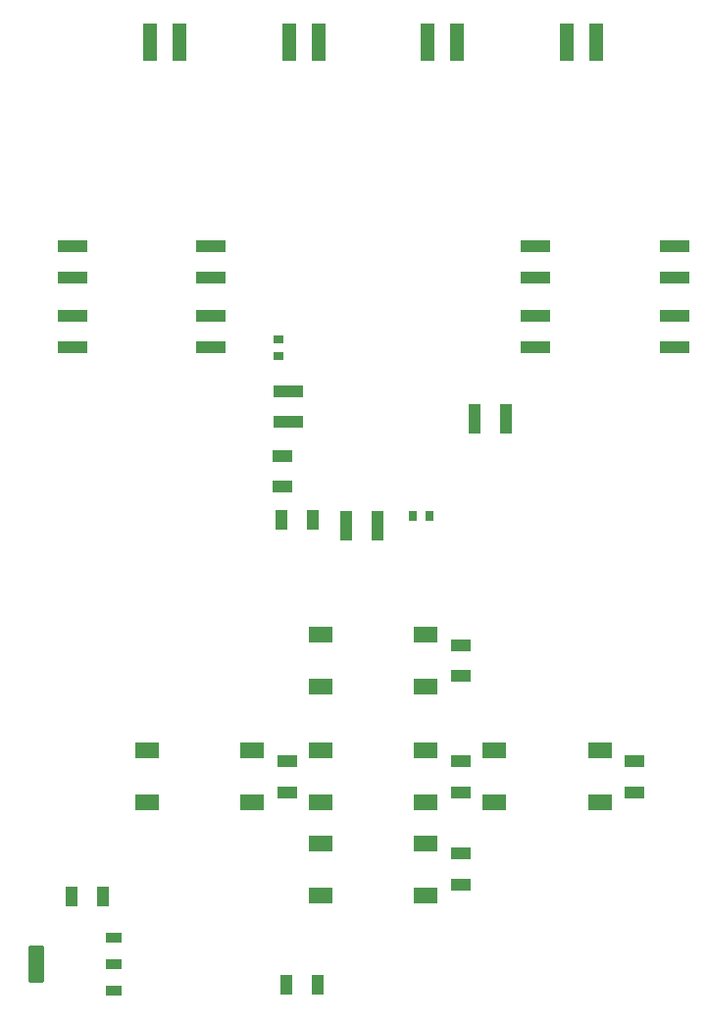
<source format=gtp>
G04*
G04 #@! TF.GenerationSoftware,Altium Limited,Altium Designer,20.1.8 (145)*
G04*
G04 Layer_Color=8421504*
%FSLAX25Y25*%
%MOIN*%
G70*
G04*
G04 #@! TF.SameCoordinates,EC9590D4-A93B-4016-A152-F587195DA6AB*
G04*
G04*
G04 #@! TF.FilePolarity,Positive*
G04*
G01*
G75*
%ADD14R,0.05000X0.12520*%
%ADD15R,0.04331X0.10236*%
%ADD16R,0.06693X0.04331*%
%ADD17R,0.03150X0.03543*%
G04:AMPARAMS|DCode=18|XSize=36.61mil|YSize=51.58mil|CornerRadius=2.75mil|HoleSize=0mil|Usage=FLASHONLY|Rotation=90.000|XOffset=0mil|YOffset=0mil|HoleType=Round|Shape=RoundedRectangle|*
%AMROUNDEDRECTD18*
21,1,0.03661,0.04608,0,0,90.0*
21,1,0.03112,0.05158,0,0,90.0*
1,1,0.00549,0.02304,0.01556*
1,1,0.00549,0.02304,-0.01556*
1,1,0.00549,-0.02304,-0.01556*
1,1,0.00549,-0.02304,0.01556*
%
%ADD18ROUNDEDRECTD18*%
G04:AMPARAMS|DCode=19|XSize=127.56mil|YSize=51.58mil|CornerRadius=3.87mil|HoleSize=0mil|Usage=FLASHONLY|Rotation=90.000|XOffset=0mil|YOffset=0mil|HoleType=Round|Shape=RoundedRectangle|*
%AMROUNDEDRECTD19*
21,1,0.12756,0.04384,0,0,90.0*
21,1,0.11982,0.05158,0,0,90.0*
1,1,0.00774,0.02192,0.05991*
1,1,0.00774,0.02192,-0.05991*
1,1,0.00774,-0.02192,-0.05991*
1,1,0.00774,-0.02192,0.05991*
%
%ADD19ROUNDEDRECTD19*%
%ADD20R,0.10236X0.04331*%
%ADD21R,0.03543X0.03150*%
%ADD22R,0.04331X0.06693*%
G04:AMPARAMS|DCode=23|XSize=82.68mil|YSize=54.33mil|CornerRadius=4.08mil|HoleSize=0mil|Usage=FLASHONLY|Rotation=0.000|XOffset=0mil|YOffset=0mil|HoleType=Round|Shape=RoundedRectangle|*
%AMROUNDEDRECTD23*
21,1,0.08268,0.04618,0,0,0.0*
21,1,0.07453,0.05433,0,0,0.0*
1,1,0.00815,0.03726,-0.02309*
1,1,0.00815,-0.03726,-0.02309*
1,1,0.00815,-0.03726,0.02309*
1,1,0.00815,0.03726,0.02309*
%
%ADD23ROUNDEDRECTD23*%
D14*
X150366Y520189D02*
D03*
X160366D02*
D03*
X207610D02*
D03*
X197610D02*
D03*
X244854D02*
D03*
X254854D02*
D03*
X302098D02*
D03*
X292098D02*
D03*
D15*
X260685Y392500D02*
D03*
X271315D02*
D03*
X217185Y356000D02*
D03*
X227815D02*
D03*
D16*
X315016Y265512D02*
D03*
Y276142D02*
D03*
X255961Y265512D02*
D03*
Y276142D02*
D03*
X195500Y379815D02*
D03*
Y369185D02*
D03*
X196906Y276142D02*
D03*
Y265512D02*
D03*
X255961Y244646D02*
D03*
Y234016D02*
D03*
Y315512D02*
D03*
Y304882D02*
D03*
D17*
X239744Y359500D02*
D03*
X245256D02*
D03*
D18*
X138169Y197984D02*
D03*
Y207000D02*
D03*
Y216016D02*
D03*
D19*
X111831Y207000D02*
D03*
D20*
X197500Y391185D02*
D03*
Y401815D02*
D03*
X171118Y416693D02*
D03*
Y427323D02*
D03*
X123874Y416693D02*
D03*
Y427323D02*
D03*
Y440315D02*
D03*
Y450945D02*
D03*
X171118Y440315D02*
D03*
Y450945D02*
D03*
X281354Y416693D02*
D03*
Y427323D02*
D03*
X328598Y416693D02*
D03*
Y427323D02*
D03*
Y440315D02*
D03*
Y450945D02*
D03*
X281354Y440315D02*
D03*
Y450945D02*
D03*
D21*
X194000Y419256D02*
D03*
Y413744D02*
D03*
D22*
X205815Y358000D02*
D03*
X195185D02*
D03*
X207315Y200000D02*
D03*
X196685D02*
D03*
X123685Y230000D02*
D03*
X134315D02*
D03*
D23*
X303205Y279646D02*
D03*
Y262008D02*
D03*
X267378Y279646D02*
D03*
Y262008D02*
D03*
X244150Y319016D02*
D03*
Y301378D02*
D03*
X208323Y319016D02*
D03*
Y301378D02*
D03*
X185095Y279646D02*
D03*
Y262008D02*
D03*
X149268Y279646D02*
D03*
Y262008D02*
D03*
X244150Y279646D02*
D03*
Y262008D02*
D03*
X208323Y279646D02*
D03*
Y262008D02*
D03*
X244150Y248150D02*
D03*
Y230512D02*
D03*
X208323Y248150D02*
D03*
Y230512D02*
D03*
M02*

</source>
